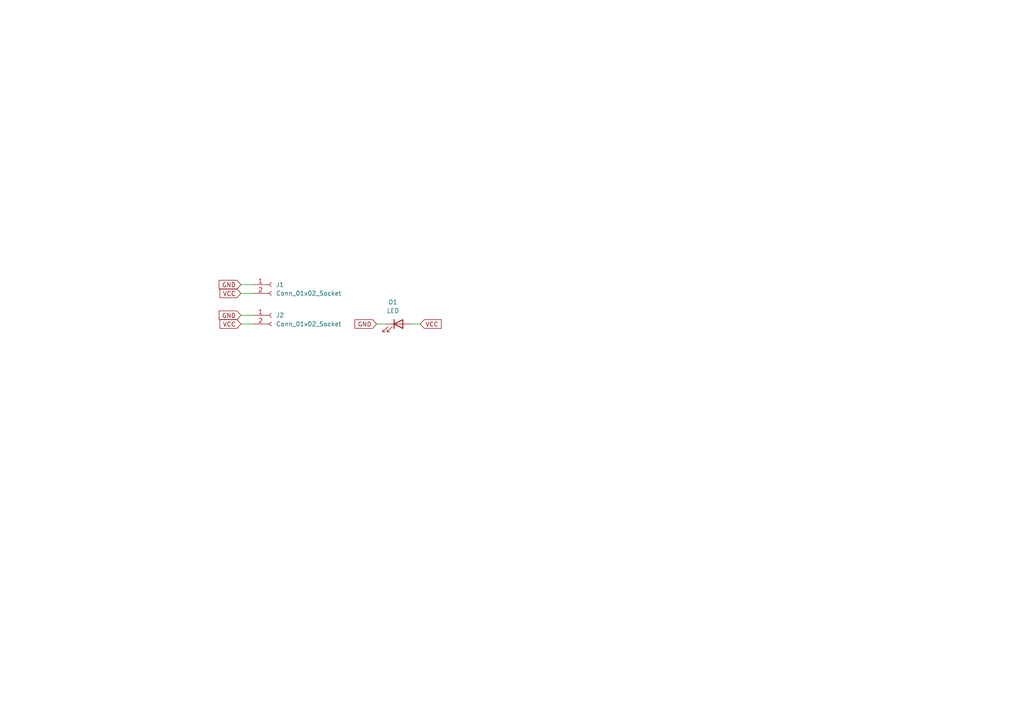
<source format=kicad_sch>
(kicad_sch (version 20250114) (generator "eeschema") (generator_version "9.0")
  (paper "A4")
  (lib_symbols
    (symbol "Connector:Conn_01x02_Socket" (pin_names (offset 1.016) (hide yes))
      (property "Reference" "J" (at 0 2.54 0))
      (property "Value" "Conn_01x02_Socket" (at 0 -5.08 0))
      (symbol "Conn_01x02_Socket_1_1"
        (polyline (pts (xy -1.27 0) (xy -0.508 0)) (stroke (width 0.1524)))
        (polyline (pts (xy -1.27 -2.54) (xy -0.508 -2.54)) (stroke (width 0.1524)))
        (arc (start 0 -0.508) (mid -0.5058 0) (end 0 0.508) (stroke (width 0.1524)))
        (arc (start 0 -3.048) (mid -0.5058 -2.54) (end 0 -2.032) (stroke (width 0.1524)))
        (pin passive line (at -5.08 0 0) (length 3.81) (name "Pin_1") (number "1"))
        (pin passive line (at -5.08 -2.54 0) (length 3.81) (name "Pin_2") (number "2"))
      )
    )
    (symbol "Device:LED" (pin_numbers (hide yes)) (pin_names (offset 1.016) (hide yes))
      (property "Reference" "D" (at 0 2.54 0))
      (property "Value" "LED" (at 0 -2.54 0))
      (symbol "LED_0_1"
        (polyline (pts (xy -3.048 -0.762) (xy -4.572 -2.286) (xy -3.81 -2.286) (xy -4.572 -2.286) (xy -4.572 -1.524)))
        (polyline (pts (xy -1.778 -0.762) (xy -3.302 -2.286) (xy -2.54 -2.286) (xy -3.302 -2.286) (xy -3.302 -1.524)))
        (polyline (pts (xy -1.27 0) (xy 1.27 0)))
        (polyline (pts (xy -1.27 -1.27) (xy -1.27 1.27)) (stroke (width 0.254)))
        (polyline (pts (xy 1.27 -1.27) (xy 1.27 1.27) (xy -1.27 0) (xy 1.27 -1.27)) (stroke (width 0.254)))
      )
      (symbol "LED_1_1"
        (pin passive line (at -3.81 0 0) (length 2.54) (name "K") (number "1"))
        (pin passive line (at 3.81 0 180) (length 2.54) (name "A") (number "2"))
      )
    )
  )
  (wire (pts (xy 73.66 82.55) (xy 69.85 82.55)))
  (wire (pts (xy 73.66 93.98) (xy 69.85 93.98)))
  (wire (pts (xy 73.66 91.44) (xy 69.85 91.44)))
  (wire (pts (xy 109.22 93.98) (xy 111.76 93.98)))
  (wire (pts (xy 73.66 85.09) (xy 69.85 85.09)))
  (wire (pts (xy 119.38 93.98) (xy 121.92 93.98)))
  (global_label "VCC" (shape input) (at 69.85 93.98 180) (property "Intersheetrefs" "${INTERSHEET_REFS}" (effects (hide yes))))
  (global_label "GND" (shape input) (at 109.22 93.98 180) (property "Intersheetrefs" "${INTERSHEET_REFS}" (effects (hide yes))))
  (global_label "VCC" (shape input) (at 121.92 93.98 0) (property "Intersheetrefs" "${INTERSHEET_REFS}" (effects (hide yes))))
  (global_label "GND" (shape input) (at 69.85 91.44 180) (property "Intersheetrefs" "${INTERSHEET_REFS}" (effects (hide yes))))
  (global_label "GND" (shape input) (at 69.85 82.55 180) (property "Intersheetrefs" "${INTERSHEET_REFS}" (effects (hide yes))))
  (global_label "VCC" (shape input) (at 69.85 85.09 180) (property "Intersheetrefs" "${INTERSHEET_REFS}" (effects (hide yes))))
  (symbol (lib_id "Device:LED") (at 115.57 93.98 0) (unit 1)
    (property "Reference" "D1" (at 113.9825 87.63 0))
    (property "Value" "LED" (at 113.9825 90.17 0))
    (property "Footprint" "LED_SMD:LED_PLCC_2835" (effects (hide yes)))
    (property "Description" "Light emitting diode" (effects (hide yes)))
    (property "Sim.Pins" "1=K 2=A" (effects (hide yes)))
  )
  (symbol (lib_id "Connector:Conn_01x02_Socket") (at 78.74 91.44 0) (unit 1)
    (property "Reference" "J2" (at 80.01 91.4399 0) (effects (justify left)))
    (property "Value" "Conn_01x02_Socket" (at 80.01 93.9799 0) (effects (justify left)))
    (property "Footprint" "Connector_PinSocket_2.54mm:PinSocket_1x02_P2.54mm_Vertical" (effects (hide yes)))
    (property "Description" "Generic connector, single row, 01x02, script generated" (effects (hide yes)))
  )
  (symbol (lib_id "Connector:Conn_01x02_Socket") (at 78.74 82.55 0) (unit 1)
    (property "Reference" "J1" (at 80.01 82.5499 0) (effects (justify left)))
    (property "Value" "Conn_01x02_Socket" (at 80.01 85.0899 0) (effects (justify left)))
    (property "Footprint" "Connector_PinSocket_2.54mm:PinSocket_1x02_P2.54mm_Vertical" (effects (hide yes)))
    (property "Description" "Generic connector, single row, 01x02, script generated" (effects (hide yes)))
  )
)
</source>
